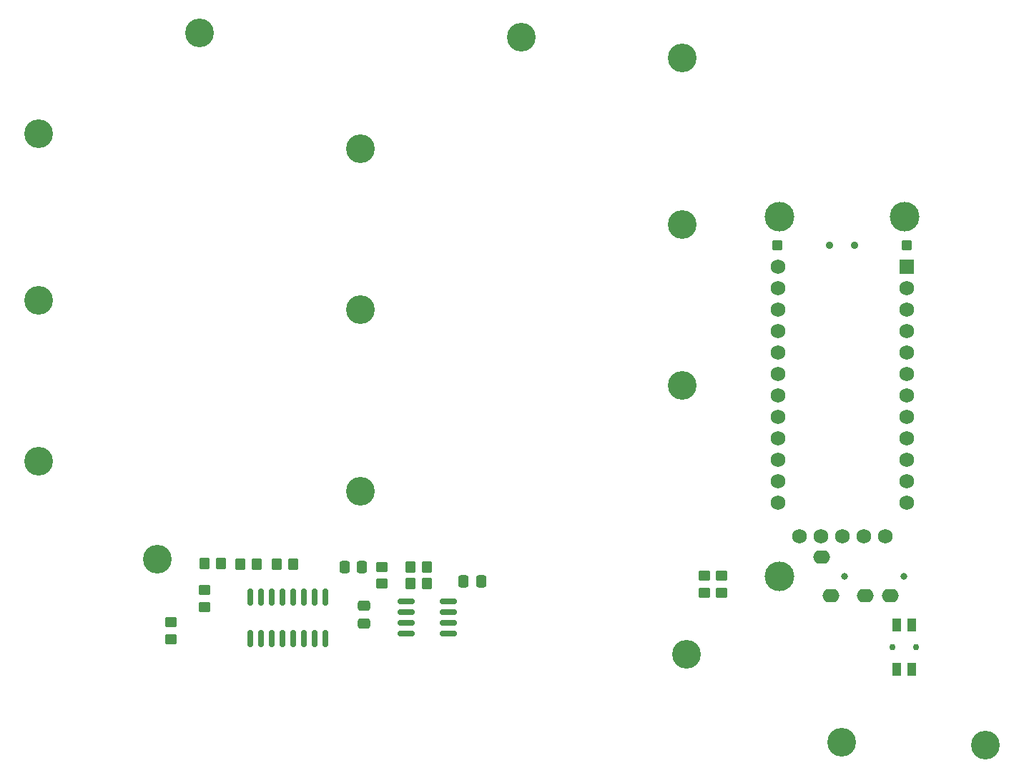
<source format=gts>
%TF.GenerationSoftware,KiCad,Pcbnew,7.0.7-2.fc38*%
%TF.CreationDate,2023-10-08T12:30:22+05:30*%
%TF.ProjectId,tako_right,74616b6f-5f72-4696-9768-742e6b696361,rev?*%
%TF.SameCoordinates,Original*%
%TF.FileFunction,Soldermask,Top*%
%TF.FilePolarity,Negative*%
%FSLAX46Y46*%
G04 Gerber Fmt 4.6, Leading zero omitted, Abs format (unit mm)*
G04 Created by KiCad (PCBNEW 7.0.7-2.fc38) date 2023-10-08 12:30:22*
%MOMM*%
%LPD*%
G01*
G04 APERTURE LIST*
G04 Aperture macros list*
%AMRoundRect*
0 Rectangle with rounded corners*
0 $1 Rounding radius*
0 $2 $3 $4 $5 $6 $7 $8 $9 X,Y pos of 4 corners*
0 Add a 4 corners polygon primitive as box body*
4,1,4,$2,$3,$4,$5,$6,$7,$8,$9,$2,$3,0*
0 Add four circle primitives for the rounded corners*
1,1,$1+$1,$2,$3*
1,1,$1+$1,$4,$5*
1,1,$1+$1,$6,$7*
1,1,$1+$1,$8,$9*
0 Add four rect primitives between the rounded corners*
20,1,$1+$1,$2,$3,$4,$5,0*
20,1,$1+$1,$4,$5,$6,$7,0*
20,1,$1+$1,$6,$7,$8,$9,0*
20,1,$1+$1,$8,$9,$2,$3,0*%
G04 Aperture macros list end*
%ADD10RoundRect,0.250000X0.337500X0.475000X-0.337500X0.475000X-0.337500X-0.475000X0.337500X-0.475000X0*%
%ADD11C,3.400000*%
%ADD12RoundRect,0.250000X-0.450000X0.350000X-0.450000X-0.350000X0.450000X-0.350000X0.450000X0.350000X0*%
%ADD13C,0.750000*%
%ADD14R,1.000000X1.550000*%
%ADD15RoundRect,0.250000X0.350000X0.450000X-0.350000X0.450000X-0.350000X-0.450000X0.350000X-0.450000X0*%
%ADD16RoundRect,0.150000X-0.825000X-0.150000X0.825000X-0.150000X0.825000X0.150000X-0.825000X0.150000X0*%
%ADD17RoundRect,0.312500X-0.312500X-0.312500X0.312500X-0.312500X0.312500X0.312500X-0.312500X0.312500X0*%
%ADD18C,3.500000*%
%ADD19RoundRect,0.250000X-0.337500X-0.475000X0.337500X-0.475000X0.337500X0.475000X-0.337500X0.475000X0*%
%ADD20RoundRect,0.250000X0.450000X-0.350000X0.450000X0.350000X-0.450000X0.350000X-0.450000X-0.350000X0*%
%ADD21C,0.800000*%
%ADD22O,2.000000X1.600000*%
%ADD23RoundRect,0.250000X0.475000X-0.337500X0.475000X0.337500X-0.475000X0.337500X-0.475000X-0.337500X0*%
%ADD24RoundRect,0.250000X-0.350000X-0.450000X0.350000X-0.450000X0.350000X0.450000X-0.350000X0.450000X0*%
%ADD25RoundRect,0.150000X0.150000X-0.825000X0.150000X0.825000X-0.150000X0.825000X-0.150000X-0.825000X0*%
%ADD26C,1.752600*%
%ADD27RoundRect,0.312500X0.312500X0.312500X-0.312500X0.312500X-0.312500X-0.312500X0.312500X-0.312500X0*%
%ADD28C,0.900000*%
%ADD29R,1.752600X1.752600*%
G04 APERTURE END LIST*
D10*
%TO.C,C3*%
X215026049Y-97598989D03*
X212951049Y-97598989D03*
%TD*%
D11*
%TO.C,H1*%
X162639543Y-44666058D03*
%TD*%
D12*
%TO.C,R12*%
X243439963Y-96966057D03*
X243439963Y-98966057D03*
%TD*%
D13*
%TO.C,RSW1*%
X266490971Y-105420627D03*
X263740971Y-105420627D03*
D14*
X265965971Y-102795627D03*
X265965971Y-108045627D03*
X264265971Y-102795627D03*
X264265971Y-108045627D03*
%TD*%
D15*
%TO.C,R7*%
X192804486Y-95592133D03*
X190804486Y-95592133D03*
%TD*%
D16*
%TO.C,U3*%
X206147514Y-100032135D03*
X206147514Y-101302135D03*
X206147514Y-102572135D03*
X206147514Y-103842135D03*
X211097514Y-103842135D03*
X211097514Y-102572135D03*
X211097514Y-101302135D03*
X211097514Y-100032135D03*
%TD*%
D17*
%TO.C,BAT_HOLE+1*%
X250116908Y-57819421D03*
%TD*%
D11*
%TO.C,H9*%
X219789549Y-33166058D03*
%TD*%
%TO.C,H10*%
X238839551Y-35666058D03*
%TD*%
D18*
%TO.C,H17*%
X250364002Y-97039421D03*
%TD*%
D11*
%TO.C,H13*%
X239297894Y-106243092D03*
%TD*%
%TO.C,H2*%
X162639541Y-64385492D03*
%TD*%
%TO.C,H5*%
X176639550Y-94960499D03*
%TD*%
D19*
%TO.C,C1*%
X198822514Y-95898991D03*
X200897514Y-95898991D03*
%TD*%
D20*
%TO.C,R9*%
X182238550Y-100648990D03*
X182238550Y-98648990D03*
%TD*%
D18*
%TO.C,H15*%
X250364001Y-54480531D03*
%TD*%
D15*
%TO.C,R6*%
X184238547Y-95542492D03*
X182238547Y-95542492D03*
%TD*%
D21*
%TO.C,J1*%
X265065975Y-97039423D03*
X258065975Y-97039423D03*
D22*
X255365975Y-94739423D03*
X263465975Y-99339423D03*
X260465975Y-99339423D03*
X256465975Y-99339423D03*
%TD*%
D23*
%TO.C,C2*%
X201122517Y-102579991D03*
X201122517Y-100504991D03*
%TD*%
D15*
%TO.C,R5*%
X188488548Y-95592136D03*
X186488548Y-95592136D03*
%TD*%
D11*
%TO.C,H14*%
X274694073Y-117014750D03*
%TD*%
D24*
%TO.C,R10*%
X206622514Y-97898990D03*
X208622514Y-97898990D03*
%TD*%
D11*
%TO.C,H12*%
X238839549Y-74434995D03*
%TD*%
%TO.C,H6*%
X200739542Y-46384998D03*
%TD*%
D20*
%TO.C,R8*%
X178304486Y-104459424D03*
X178304486Y-102459424D03*
%TD*%
D25*
%TO.C,U2*%
X187677517Y-104412137D03*
X188947517Y-104412137D03*
X190217517Y-104412137D03*
X191487517Y-104412137D03*
X192757517Y-104412137D03*
X194027517Y-104412137D03*
X195297517Y-104412137D03*
X196567517Y-104412137D03*
X196567517Y-99462137D03*
X195297517Y-99462137D03*
X194027517Y-99462137D03*
X192757517Y-99462137D03*
X191487517Y-99462137D03*
X190217517Y-99462137D03*
X188947517Y-99462137D03*
X187677517Y-99462137D03*
%TD*%
D24*
%TO.C,JP1*%
X206622517Y-95898992D03*
X208622517Y-95898992D03*
%TD*%
D11*
%TO.C,H4*%
X181689545Y-32666057D03*
%TD*%
%TO.C,H11*%
X238839549Y-55384995D03*
%TD*%
D26*
%TO.C,DISP1*%
X252674330Y-92332635D03*
X255214330Y-92332635D03*
X257754330Y-92332635D03*
X260294330Y-92332635D03*
X262834330Y-92332635D03*
%TD*%
D18*
%TO.C,H16*%
X265145326Y-54480079D03*
%TD*%
D11*
%TO.C,H7*%
X200739541Y-65434995D03*
%TD*%
D27*
%TO.C,BAT_HOLE-1*%
X265390409Y-57819423D03*
%TD*%
D20*
%TO.C,R11*%
X203222517Y-97898990D03*
X203222517Y-95898990D03*
%TD*%
D11*
%TO.C,H3*%
X162639550Y-83435488D03*
%TD*%
D12*
%TO.C,R4*%
X241489549Y-96959989D03*
X241489549Y-98959989D03*
%TD*%
D11*
%TO.C,H19*%
X257715972Y-116670626D03*
%TD*%
%TO.C,H8*%
X200739548Y-86959992D03*
%TD*%
D28*
%TO.C,PSW1*%
X256254580Y-57812138D03*
X259254580Y-57812138D03*
%TD*%
D29*
%TO.C,U1*%
X265374575Y-60373659D03*
D26*
X265374575Y-62913659D03*
X265374575Y-65453659D03*
X265374575Y-67993659D03*
X265374575Y-70533659D03*
X265374575Y-73073659D03*
X265374575Y-75613659D03*
X265374575Y-78153659D03*
X265374575Y-80693659D03*
X265374575Y-83233659D03*
X265374575Y-85773659D03*
X265374575Y-88313659D03*
X250134575Y-88313659D03*
X250134575Y-85773659D03*
X250134575Y-83233659D03*
X250134575Y-80693659D03*
X250134575Y-78153659D03*
X250134575Y-75613659D03*
X250134575Y-73073659D03*
X250134575Y-70533659D03*
X250134575Y-67993659D03*
X250134575Y-65453659D03*
X250134575Y-62913659D03*
X250134575Y-60373659D03*
%TD*%
M02*

</source>
